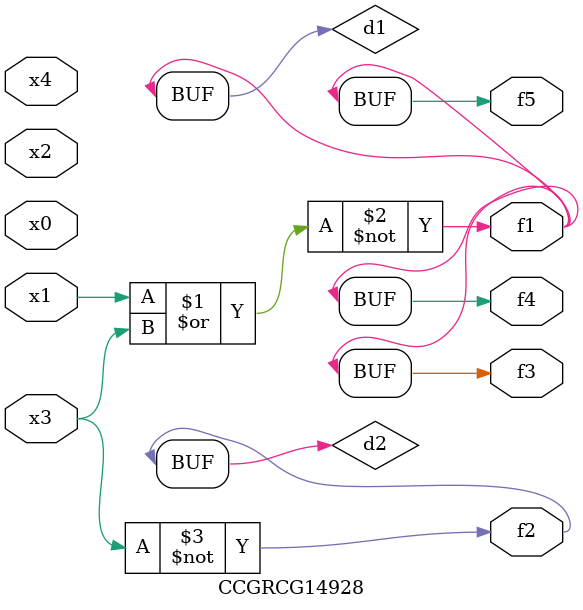
<source format=v>
module CCGRCG14928(
	input x0, x1, x2, x3, x4,
	output f1, f2, f3, f4, f5
);

	wire d1, d2;

	nor (d1, x1, x3);
	not (d2, x3);
	assign f1 = d1;
	assign f2 = d2;
	assign f3 = d1;
	assign f4 = d1;
	assign f5 = d1;
endmodule

</source>
